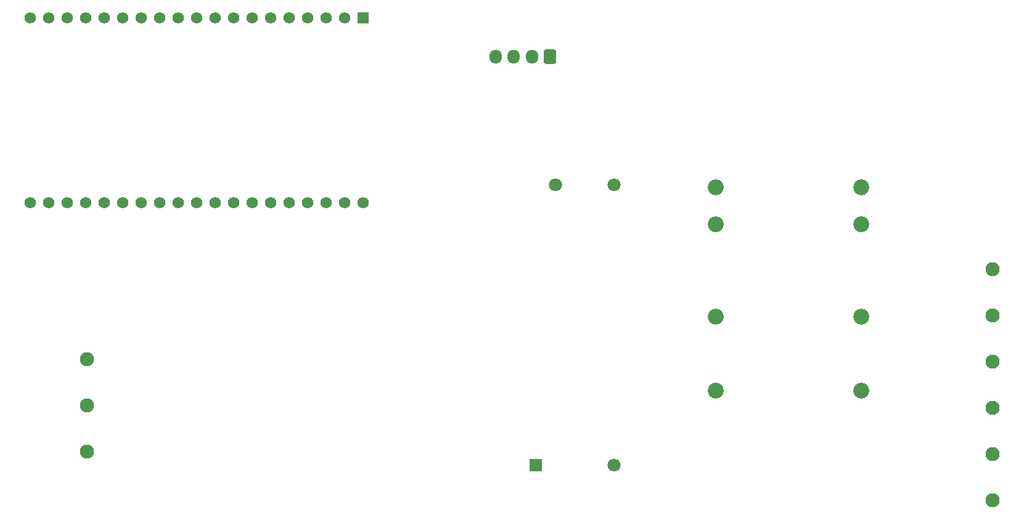
<source format=gbr>
%TF.GenerationSoftware,KiCad,Pcbnew,7.0.1*%
%TF.CreationDate,2023-05-13T00:12:20-05:00*%
%TF.ProjectId,sneksafe,736e616b-6574-4656-9d70-2e6b69636164,rev?*%
%TF.SameCoordinates,Original*%
%TF.FileFunction,Soldermask,Bot*%
%TF.FilePolarity,Negative*%
%FSLAX46Y46*%
G04 Gerber Fmt 4.6, Leading zero omitted, Abs format (unit mm)*
G04 Created by KiCad (PCBNEW 7.0.1) date 2023-05-13 00:12:20*
%MOMM*%
%LPD*%
G01*
G04 APERTURE LIST*
G04 Aperture macros list*
%AMRoundRect*
0 Rectangle with rounded corners*
0 $1 Rounding radius*
0 $2 $3 $4 $5 $6 $7 $8 $9 X,Y pos of 4 corners*
0 Add a 4 corners polygon primitive as box body*
4,1,4,$2,$3,$4,$5,$6,$7,$8,$9,$2,$3,0*
0 Add four circle primitives for the rounded corners*
1,1,$1+$1,$2,$3*
1,1,$1+$1,$4,$5*
1,1,$1+$1,$6,$7*
1,1,$1+$1,$8,$9*
0 Add four rect primitives between the rounded corners*
20,1,$1+$1,$2,$3,$4,$5,0*
20,1,$1+$1,$4,$5,$6,$7,0*
20,1,$1+$1,$6,$7,$8,$9,0*
20,1,$1+$1,$8,$9,$2,$3,0*%
G04 Aperture macros list end*
%ADD10C,1.560000*%
%ADD11R,1.560000X1.560000*%
%ADD12C,1.950000*%
%ADD13C,1.800000*%
%ADD14R,1.800000X1.800000*%
%ADD15O,1.700000X1.950000*%
%ADD16RoundRect,0.250000X0.600000X0.725000X-0.600000X0.725000X-0.600000X-0.725000X0.600000X-0.725000X0*%
%ADD17C,2.175000*%
G04 APERTURE END LIST*
D10*
%TO.C,U1*%
X82840000Y-95900000D03*
X85380000Y-95900000D03*
X87920000Y-95900000D03*
X90460000Y-95900000D03*
X93000000Y-95900000D03*
X95540000Y-95900000D03*
X98080000Y-95900000D03*
X100620000Y-95900000D03*
X103160000Y-95900000D03*
X105700000Y-95900000D03*
X108240000Y-95900000D03*
X110780000Y-95900000D03*
X113320000Y-95900000D03*
X115860000Y-95900000D03*
X118400000Y-95900000D03*
X120940000Y-95900000D03*
X123480000Y-95900000D03*
X126020000Y-95900000D03*
X128560000Y-95900000D03*
X82840000Y-70500000D03*
X85380000Y-70500000D03*
X87920000Y-70500000D03*
X90460000Y-70500000D03*
X93000000Y-70500000D03*
X95540000Y-70500000D03*
X98080000Y-70500000D03*
X100620000Y-70500000D03*
X103160000Y-70500000D03*
X105700000Y-70500000D03*
X108240000Y-70500000D03*
X110780000Y-70500000D03*
X113320000Y-70500000D03*
X115860000Y-70500000D03*
X118400000Y-70500000D03*
X120940000Y-70500000D03*
X123480000Y-70500000D03*
X126020000Y-70500000D03*
D11*
X128560000Y-70500000D03*
%TD*%
D12*
%TO.C,J2*%
X215000000Y-136850000D03*
X215000000Y-130500000D03*
X215000000Y-124150000D03*
X215000000Y-117800000D03*
X215000000Y-111450000D03*
X215000000Y-105100000D03*
%TD*%
D13*
%TO.C,PS1*%
X155000000Y-93500000D03*
X163000000Y-93500000D03*
X163000000Y-132000000D03*
D14*
X152250000Y-132000000D03*
%TD*%
D15*
%TO.C,J1*%
X146750000Y-75850000D03*
X149250000Y-75850000D03*
X151750000Y-75850000D03*
D16*
X154250000Y-75850000D03*
%TD*%
D17*
%TO.C,K1*%
X177000000Y-93800000D03*
X177000000Y-98880000D03*
X177000000Y-111580000D03*
X177000000Y-121740000D03*
%TD*%
D12*
%TO.C,J3*%
X90650000Y-117395000D03*
X90650000Y-123745000D03*
X90650000Y-130095000D03*
%TD*%
D17*
%TO.C,K2*%
X197000000Y-93800000D03*
X197000000Y-98880000D03*
X197000000Y-111580000D03*
X197000000Y-121740000D03*
%TD*%
M02*

</source>
